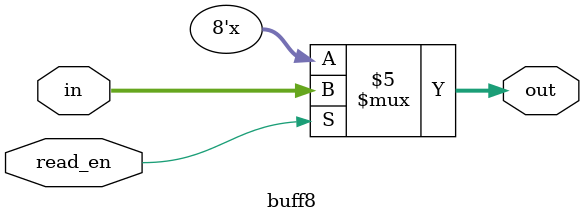
<source format=v>
`timescale 1ns / 1ps
module buff8(input [7:0] in, output reg [7:0] out,input read_en);
			//read_en : read enable comes from the decoder

initial
begin
out<=0;
end

//assign out = read_en ? in : 8'bz ;                

always @ ((read_en) or in)
	begin 
	if ( (read_en)== 1'b1 )
		begin
			out = in;
		end
	else 		out = 8'bz;
	
	end
endmodule


</source>
